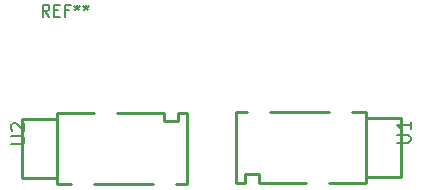
<source format=gto>
G04 #@! TF.GenerationSoftware,KiCad,Pcbnew,(6.0.2)*
G04 #@! TF.CreationDate,2022-09-05T01:34:10-04:00*
G04 #@! TF.ProjectId,midi-trs-a-b-conveter,6d696469-2d74-4727-932d-612d622d636f,rev?*
G04 #@! TF.SameCoordinates,PX7c5bf00PY5fb3830*
G04 #@! TF.FileFunction,Legend,Top*
G04 #@! TF.FilePolarity,Positive*
%FSLAX46Y46*%
G04 Gerber Fmt 4.6, Leading zero omitted, Abs format (unit mm)*
G04 Created by KiCad (PCBNEW (6.0.2)) date 2022-09-05 01:34:10*
%MOMM*%
%LPD*%
G01*
G04 APERTURE LIST*
%ADD10C,0.152000*%
%ADD11C,0.150000*%
%ADD12C,0.254000*%
%ADD13C,1.300000*%
%ADD14R,1.500000X3.000000*%
%ADD15C,1.800000*%
G04 APERTURE END LIST*
D10*
G04 #@! TO.C,U1*
X30226071Y6920943D02*
X31151357Y6920943D01*
X31260214Y6975372D01*
X31314642Y7029800D01*
X31369071Y7138658D01*
X31369071Y7356372D01*
X31314642Y7465229D01*
X31260214Y7519658D01*
X31151357Y7574086D01*
X30226071Y7574086D01*
X31369071Y8717086D02*
X31369071Y8063943D01*
X31369071Y8390515D02*
X30226071Y8390515D01*
X30389357Y8281658D01*
X30498214Y8172800D01*
X30552642Y8063943D01*
G04 #@! TO.C,U2*
X-2477929Y6800943D02*
X-1552643Y6800943D01*
X-1443786Y6855372D01*
X-1389358Y6909800D01*
X-1334929Y7018658D01*
X-1334929Y7236372D01*
X-1389358Y7345229D01*
X-1443786Y7399658D01*
X-1552643Y7454086D01*
X-2477929Y7454086D01*
X-2369072Y7943943D02*
X-2423500Y7998372D01*
X-2477929Y8107229D01*
X-2477929Y8379372D01*
X-2423500Y8488229D01*
X-2369072Y8542658D01*
X-2260215Y8597086D01*
X-2151358Y8597086D01*
X-1988072Y8542658D01*
X-1334929Y7889515D01*
X-1334929Y8597086D01*
D11*
G04 #@! TO.C,*
G04 #@! TO.C,REF\u002A\u002A*
X766666Y17597620D02*
X433333Y18073810D01*
X195238Y17597620D02*
X195238Y18597620D01*
X576190Y18597620D01*
X671428Y18550000D01*
X719047Y18502381D01*
X766666Y18407143D01*
X766666Y18264286D01*
X719047Y18169048D01*
X671428Y18121429D01*
X576190Y18073810D01*
X195238Y18073810D01*
X1195238Y18121429D02*
X1528571Y18121429D01*
X1671428Y17597620D02*
X1195238Y17597620D01*
X1195238Y18597620D01*
X1671428Y18597620D01*
X2433333Y18121429D02*
X2100000Y18121429D01*
X2100000Y17597620D02*
X2100000Y18597620D01*
X2576190Y18597620D01*
X3100000Y18597620D02*
X3100000Y18359524D01*
X2861904Y18454762D02*
X3100000Y18359524D01*
X3338095Y18454762D01*
X2957142Y18169048D02*
X3100000Y18359524D01*
X3242857Y18169048D01*
X3861904Y18597620D02*
X3861904Y18359524D01*
X3623809Y18454762D02*
X3861904Y18359524D01*
X4100000Y18454762D01*
X3719047Y18169048D02*
X3861904Y18359524D01*
X4004761Y18169048D01*
D12*
G04 #@! TO.C,U1*
X27550000Y4050000D02*
X30550000Y4050000D01*
X17349000Y3550000D02*
X16549000Y3550000D01*
X22469000Y3550000D02*
X18551000Y3550000D01*
X18551000Y3550000D02*
X18551000Y4249000D01*
X16550000Y3550000D02*
X16550000Y9550000D01*
X24469000Y9550000D02*
X19431000Y9550000D01*
X27550000Y9050000D02*
X30550000Y9050000D01*
X27550000Y9550000D02*
X26431000Y9550000D01*
X17469000Y9550000D02*
X16550000Y9550000D01*
X27550000Y3550000D02*
X24431000Y3550000D01*
X27550000Y9550000D02*
X27550000Y3550000D01*
X18551000Y4249000D02*
X17349000Y4249000D01*
X30550000Y9050000D02*
X30550000Y4050000D01*
X17349000Y4249000D02*
X17349000Y3550000D01*
G04 #@! TO.C,U2*
X1450000Y8930000D02*
X-1550000Y8930000D01*
X11651000Y9430000D02*
X12451000Y9430000D01*
X6531000Y9430000D02*
X10449000Y9430000D01*
X10449000Y9430000D02*
X10449000Y8731000D01*
X12450000Y9430000D02*
X12450000Y3430000D01*
X4531000Y3430000D02*
X9569000Y3430000D01*
X1450000Y3930000D02*
X-1550000Y3930000D01*
X1450000Y3430000D02*
X2569000Y3430000D01*
X11531000Y3430000D02*
X12450000Y3430000D01*
X1450000Y9430000D02*
X4569000Y9430000D01*
X1450000Y3430000D02*
X1450000Y9430000D01*
X10449000Y8731000D02*
X11651000Y8731000D01*
X-1550000Y3930000D02*
X-1550000Y8930000D01*
X11651000Y8731000D02*
X11651000Y9430000D01*
G04 #@! TD*
%LPC*%
D13*
G04 #@! TO.C,U1*
X25550000Y6550000D03*
X19550000Y6550000D03*
D14*
X25450000Y10550000D03*
X18450000Y10550000D03*
X23450000Y2550000D03*
G04 #@! TD*
D13*
G04 #@! TO.C,U2*
X3450000Y6430000D03*
X9450000Y6430000D03*
D14*
X3550000Y2430000D03*
X10550000Y2430000D03*
X5550000Y10430000D03*
G04 #@! TD*
D15*
G04 #@! TO.C,*
X6950000Y1900000D03*
G04 #@! TD*
G04 #@! TO.C,*
X26450000Y1900000D03*
G04 #@! TD*
G04 #@! TO.C,REF\u002A\u002A*
X2550000Y11000000D03*
G04 #@! TD*
M02*

</source>
